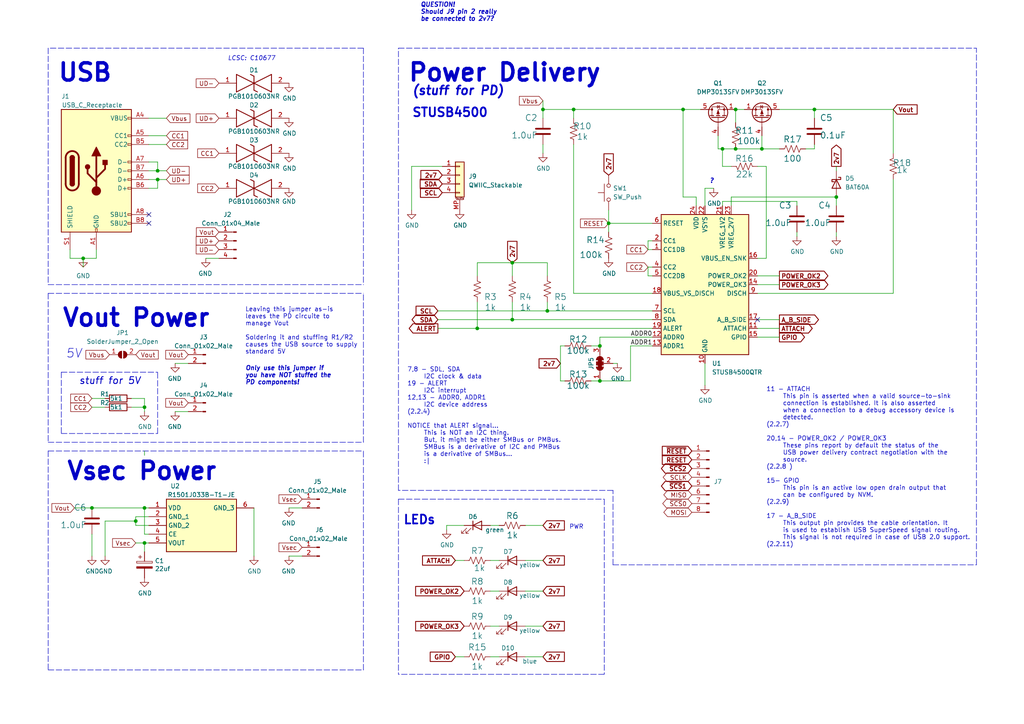
<source format=kicad_sch>
(kicad_sch (version 20211123) (generator eeschema)
  (paper "A4")
  (title_block (title "USB-C (PD) Board") (rev "0.2.9") (company "The Nerd Mage") (comment 1 "Set I2C address by cutting 1 or both links in JP5") (comment 2 "Cut all 3 links in JP2-JP4 to remove I2C pullups") (comment 3 "Stuff U1/C1/C6 for 3v3 power supply") (comment 4 "Stuff only R1/R2 and jump JP1 for 5V (non PD) power on Vout"))
  (junction (at 157.48 31.75))
  (junction (at 220.98 43.18))
  (junction (at 138.43 95.25))
  (junction (at 213.36 43.18))
  (junction (at 166.37 31.75))
  (junction (at 26.67 147.32))
  (junction (at 173.99 100.33))
  (junction (at 41.91 157.48))
  (junction (at 39.37 151.13))
  (junction (at 173.99 110.49))
  (junction (at 176.53 64.77))
  (junction (at 198.12 31.75))
  (junction (at 45.72 49.53))
  (junction (at 236.22 31.75))
  (junction (at 213.36 31.75))
  (junction (at 158.75 90.17))
  (junction (at 242.57 57.15))
  (junction (at 41.91 147.32))
  (junction (at 45.72 52.07))
  (junction (at 24.13 74.93))
  (junction (at 148.59 92.71))
  (junction (at 148.59 76.2))
  (junction (at 209.55 43.18))
  (junction (at 41.91 118.11))
  (no_connect (at 43.18 62.23))
  (no_connect (at 43.18 64.77))
  (no_connect (at 219.71 92.71))
  (wire (pts (xy 127 95.25) (xy 138.43 95.25)))
  (wire (pts (xy 171.45 110.49) (xy 173.99 110.49)))
  (wire (pts (xy 201.93 57.15) (xy 201.93 59.69)))
  (wire (pts (xy 182.88 100.33) (xy 189.23 100.33)))
  (wire (pts (xy 204.47 54.61) (xy 204.47 59.69)))
  (wire (pts (xy 41.91 157.48) (xy 41.91 160.02)))
  (wire (pts (xy 129.54 152.4) (xy 129.54 153.67)))
  (wire (pts (xy 236.22 31.75) (xy 259.08 31.75)))
  (wire (pts (xy 213.36 31.75) (xy 213.36 35.56)))
  (wire (pts (xy 54.61 119.38) (xy 50.8 119.38)))
  (polyline (pts (xy 115.57 144.78) (xy 175.26 144.78)))
  (polyline (pts (xy 105.41 13.97) (xy 105.41 82.55)))
  (wire (pts (xy 209.55 43.18) (xy 213.36 43.18)))
  (wire (pts (xy 176.53 60.96) (xy 176.53 64.77)))
  (wire (pts (xy 43.18 34.29) (xy 48.26 34.29)))
  (wire (pts (xy 43.18 154.94) (xy 41.91 154.94)))
  (wire (pts (xy 219.71 97.79) (xy 226.06 97.79)))
  (wire (pts (xy 242.57 49.53) (xy 242.57 48.26)))
  (wire (pts (xy 219.71 82.55) (xy 226.06 82.55)))
  (wire (pts (xy 87.63 161.29) (xy 83.82 161.29)))
  (polyline (pts (xy 105.41 13.97) (xy 13.97 13.97)))
  (wire (pts (xy 198.12 31.75) (xy 203.2 31.75)))
  (polyline (pts (xy 13.97 128.27) (xy 105.41 128.27)))
  (wire (pts (xy 157.48 31.75) (xy 166.37 31.75)))
  (polyline (pts (xy 115.57 144.78) (xy 115.57 195.58)))
  (wire (pts (xy 198.12 57.15) (xy 201.93 57.15)))
  (wire (pts (xy 152.4 162.56) (xy 157.48 162.56)))
  (wire (pts (xy 127 92.71) (xy 148.59 92.71)))
  (wire (pts (xy 187.96 69.85) (xy 187.96 72.39)))
  (wire (pts (xy 158.75 80.01) (xy 158.75 76.2)))
  (polyline (pts (xy 105.41 128.27) (xy 105.41 85.09)))
  (wire (pts (xy 41.91 118.11) (xy 41.91 119.38)))
  (wire (pts (xy 142.24 171.45) (xy 144.78 171.45)))
  (polyline (pts (xy 45.72 125.73) (xy 45.72 107.95)))
  (wire (pts (xy 20.32 74.93) (xy 24.13 74.93)))
  (wire (pts (xy 45.72 49.53) (xy 48.26 49.53)))
  (wire (pts (xy 43.18 54.61) (xy 45.72 54.61)))
  (wire (pts (xy 26.67 115.57) (xy 30.48 115.57)))
  (wire (pts (xy 231.14 58.42) (xy 231.14 59.69)))
  (wire (pts (xy 189.23 97.79) (xy 173.99 97.79)))
  (wire (pts (xy 158.75 87.63) (xy 158.75 90.17)))
  (polyline (pts (xy 17.78 125.73) (xy 45.72 125.73)))
  (wire (pts (xy 128.27 48.26) (xy 119.38 48.26)))
  (wire (pts (xy 129.54 152.4) (xy 134.62 152.4)))
  (wire (pts (xy 233.68 43.18) (xy 236.22 43.18)))
  (wire (pts (xy 152.4 190.5) (xy 157.48 190.5)))
  (wire (pts (xy 212.09 59.69) (xy 212.09 57.15)))
  (polyline (pts (xy 13.97 130.81) (xy 105.41 130.81)))
  (wire (pts (xy 134.62 190.5) (xy 132.08 190.5)))
  (wire (pts (xy 162.56 100.33) (xy 163.83 100.33)))
  (wire (pts (xy 157.48 41.91) (xy 157.48 44.45)))
  (wire (pts (xy 204.47 105.41) (xy 204.47 111.76)))
  (wire (pts (xy 43.18 41.91) (xy 48.26 41.91)))
  (wire (pts (xy 209.55 58.42) (xy 209.55 59.69)))
  (wire (pts (xy 148.59 76.2) (xy 138.43 76.2)))
  (polyline (pts (xy 13.97 85.09) (xy 13.97 128.27)))
  (wire (pts (xy 189.23 69.85) (xy 187.96 69.85)))
  (polyline (pts (xy 17.78 107.95) (xy 17.78 125.73)))
  (wire (pts (xy 152.4 181.61) (xy 157.48 181.61)))
  (polyline (pts (xy 175.26 195.58) (xy 115.57 195.58)))
  (wire (pts (xy 157.48 31.75) (xy 157.48 34.29)))
  (wire (pts (xy 38.1 115.57) (xy 41.91 115.57)))
  (polyline (pts (xy 13.97 194.31) (xy 105.41 194.31)))
  (wire (pts (xy 43.18 46.99) (xy 45.72 46.99)))
  (wire (pts (xy 63.5 74.93) (xy 59.69 74.93)))
  (wire (pts (xy 157.48 29.21) (xy 157.48 31.75)))
  (wire (pts (xy 138.43 87.63) (xy 138.43 95.25)))
  (wire (pts (xy 189.23 77.47) (xy 187.96 77.47)))
  (wire (pts (xy 219.71 95.25) (xy 226.06 95.25)))
  (wire (pts (xy 198.12 57.15) (xy 198.12 31.75)))
  (polyline (pts (xy 13.97 82.55) (xy 105.41 82.55)))
  (wire (pts (xy 45.72 52.07) (xy 48.26 52.07)))
  (wire (pts (xy 162.56 100.33) (xy 162.56 110.49)))
  (wire (pts (xy 242.57 67.31) (xy 242.57 68.58)))
  (wire (pts (xy 41.91 154.94) (xy 41.91 147.32)))
  (wire (pts (xy 208.28 43.18) (xy 208.28 39.37)))
  (wire (pts (xy 24.13 74.93) (xy 24.13 77.47)))
  (wire (pts (xy 163.83 110.49) (xy 162.56 110.49)))
  (wire (pts (xy 219.71 80.01) (xy 226.06 80.01)))
  (wire (pts (xy 30.48 151.13) (xy 39.37 151.13)))
  (wire (pts (xy 231.14 67.31) (xy 231.14 68.58)))
  (wire (pts (xy 43.18 52.07) (xy 45.72 52.07)))
  (wire (pts (xy 207.01 54.61) (xy 204.47 54.61)))
  (wire (pts (xy 209.55 58.42) (xy 231.14 58.42)))
  (polyline (pts (xy 115.57 142.24) (xy 115.57 13.97)))
  (polyline (pts (xy 105.41 194.31) (xy 105.41 130.81)))
  (wire (pts (xy 177.8 105.41) (xy 179.07 105.41)))
  (wire (pts (xy 142.24 181.61) (xy 144.78 181.61)))
  (wire (pts (xy 259.08 52.07) (xy 259.08 85.09)))
  (wire (pts (xy 212.09 57.15) (xy 242.57 57.15)))
  (wire (pts (xy 158.75 76.2) (xy 148.59 76.2)))
  (polyline (pts (xy 13.97 130.81) (xy 13.97 194.31)))
  (wire (pts (xy 142.24 190.5) (xy 144.78 190.5)))
  (wire (pts (xy 21.59 147.32) (xy 26.67 147.32)))
  (polyline (pts (xy 115.57 13.97) (xy 283.21 13.97)))
  (wire (pts (xy 173.99 97.79) (xy 173.99 100.33)))
  (polyline (pts (xy 177.8 142.24) (xy 115.57 142.24)))
  (wire (pts (xy 171.45 100.33) (xy 173.99 100.33)))
  (wire (pts (xy 38.1 118.11) (xy 41.91 118.11)))
  (polyline (pts (xy 13.97 13.97) (xy 13.97 82.55)))
  (wire (pts (xy 219.71 48.26) (xy 222.25 48.26)))
  (wire (pts (xy 26.67 154.94) (xy 26.67 161.29)))
  (wire (pts (xy 182.88 100.33) (xy 182.88 110.49)))
  (wire (pts (xy 213.36 31.75) (xy 215.9 31.75)))
  (wire (pts (xy 54.61 105.41) (xy 50.8 105.41)))
  (wire (pts (xy 187.96 80.01) (xy 187.96 77.47)))
  (wire (pts (xy 43.18 49.53) (xy 45.72 49.53)))
  (polyline (pts (xy 177.8 163.83) (xy 177.8 142.24)))
  (wire (pts (xy 138.43 76.2) (xy 138.43 80.01)))
  (wire (pts (xy 220.98 43.18) (xy 226.06 43.18)))
  (wire (pts (xy 148.59 76.2) (xy 148.59 80.01)))
  (wire (pts (xy 166.37 31.75) (xy 166.37 34.29)))
  (wire (pts (xy 213.36 43.18) (xy 220.98 43.18)))
  (polyline (pts (xy 17.78 107.95) (xy 45.72 107.95)))
  (wire (pts (xy 39.37 157.48) (xy 41.91 157.48)))
  (wire (pts (xy 259.08 31.75) (xy 259.08 44.45)))
  (wire (pts (xy 176.53 64.77) (xy 176.53 67.31)))
  (wire (pts (xy 152.4 152.4) (xy 157.48 152.4)))
  (wire (pts (xy 43.18 149.86) (xy 39.37 149.86)))
  (wire (pts (xy 41.91 132.08) (xy 41.91 130.81)))
  (wire (pts (xy 39.37 151.13) (xy 39.37 152.4)))
  (wire (pts (xy 27.94 72.39) (xy 27.94 74.93)))
  (wire (pts (xy 41.91 157.48) (xy 43.18 157.48)))
  (wire (pts (xy 73.66 147.32) (xy 73.66 161.29)))
  (wire (pts (xy 24.13 74.93) (xy 27.94 74.93)))
  (wire (pts (xy 20.32 72.39) (xy 20.32 74.93)))
  (wire (pts (xy 166.37 85.09) (xy 166.37 41.91)))
  (wire (pts (xy 142.24 152.4) (xy 144.78 152.4)))
  (wire (pts (xy 222.25 74.93) (xy 222.25 48.26)))
  (wire (pts (xy 189.23 72.39) (xy 187.96 72.39)))
  (wire (pts (xy 26.67 118.11) (xy 30.48 118.11)))
  (wire (pts (xy 39.37 149.86) (xy 39.37 151.13)))
  (wire (pts (xy 236.22 34.29) (xy 236.22 31.75)))
  (polyline (pts (xy 177.8 163.83) (xy 283.21 163.83)))
  (wire (pts (xy 148.59 92.71) (xy 189.23 92.71)))
  (wire (pts (xy 189.23 80.01) (xy 187.96 80.01)))
  (wire (pts (xy 132.08 162.56) (xy 134.62 162.56)))
  (wire (pts (xy 219.71 74.93) (xy 222.25 74.93)))
  (wire (pts (xy 182.88 110.49) (xy 173.99 110.49)))
  (wire (pts (xy 119.38 48.26) (xy 119.38 60.96)))
  (wire (pts (xy 220.98 39.37) (xy 220.98 43.18)))
  (wire (pts (xy 39.37 152.4) (xy 43.18 152.4)))
  (wire (pts (xy 45.72 54.61) (xy 45.72 52.07)))
  (wire (pts (xy 166.37 85.09) (xy 189.23 85.09)))
  (wire (pts (xy 209.55 48.26) (xy 212.09 48.26)))
  (wire (pts (xy 138.43 95.25) (xy 189.23 95.25)))
  (wire (pts (xy 236.22 31.75) (xy 226.06 31.75)))
  (wire (pts (xy 242.57 57.15) (xy 242.57 59.69)))
  (wire (pts (xy 219.71 92.71) (xy 226.06 92.71)))
  (wire (pts (xy 152.4 171.45) (xy 157.48 171.45)))
  (polyline (pts (xy 175.26 144.78) (xy 175.26 195.58)))
  (wire (pts (xy 209.55 43.18) (xy 209.55 48.26)))
  (wire (pts (xy 259.08 85.09) (xy 219.71 85.09)))
  (wire (pts (xy 30.48 161.29) (xy 30.48 151.13)))
  (wire (pts (xy 43.18 39.37) (xy 48.26 39.37)))
  (wire (pts (xy 45.72 46.99) (xy 45.72 49.53)))
  (wire (pts (xy 209.55 43.18) (xy 208.28 43.18)))
  (wire (pts (xy 176.53 64.77) (xy 189.23 64.77)))
  (wire (pts (xy 41.91 147.32) (xy 43.18 147.32)))
  (polyline (pts (xy 283.21 163.83) (xy 283.21 13.97)))
  (polyline (pts (xy 13.97 85.09) (xy 105.41 85.09)))
  (wire (pts (xy 41.91 115.57) (xy 41.91 118.11)))
  (wire (pts (xy 166.37 31.75) (xy 198.12 31.75)))
  (wire (pts (xy 236.22 43.18) (xy 236.22 41.91)))
  (wire (pts (xy 148.59 87.63) (xy 148.59 92.71)))
  (wire (pts (xy 142.24 162.56) (xy 144.78 162.56)))
  (wire (pts (xy 158.75 90.17) (xy 189.23 90.17)))
  (wire (pts (xy 127 90.17) (xy 158.75 90.17)))
  (wire (pts (xy 87.63 147.32) (xy 83.82 147.32)))
  (wire (pts (xy 26.67 147.32) (xy 41.91 147.32)))
  (text "Vsec Power" (at 19.05 139.7 0) (effects (font (size 5 5) (thickness 1) bold) (justify left bottom)))
  (text "Vout Power" (at 17.78 95.25 0) (effects (font (size 5 5) (thickness 1) bold) (justify left bottom)))
  (text "Only use this jumper if\nyou have NOT stuffed the\nPD components!" (at 71.12 111.76 0) (effects (font (size 1.27 1.27) (thickness 0.254) bold italic) (justify left bottom)))
  (text "QUESTION!\nShould J9 pin 2 really\nbe connected to 2v7?" (at 121.92 6.35 0) (effects (font (size 1.27 1.27) (thickness 0.254) bold italic) (justify left bottom)))
  (text "stuff for 5V" (at 22.86 111.76 0) (effects (font (size 2 2) (thickness 0.254) bold italic) (justify left bottom)))
  (text "?" (at 205.74 53.34 0) (effects (font (size 1.27 1.27) (thickness 0.254) bold italic) (justify left bottom)))
  (text "STUSB4500" (at 119.38 34.29 180) (effects (font (size 2.54 2.54) (thickness 0.508) bold) (justify left bottom)))
  (text "LCSC: C10677" (at 66.04 17.78 0) (effects (font (size 1.27 1.27) italic) (justify left bottom)))
  (text "USB" (at 16.51 24.13 0) (effects (font (size 5 5) (thickness 1) bold) (justify left bottom)))
  (text "7,8 - SDL, SDA\n	I2C clock & data\n19 - ALERT\n	I2C interrupt\n12,13 - ADDR0, ADDR1\n	I2C device address\n(2.2.4)\n\nNOTICE that ALERT signal...\n	This is NOT an I2C thing.\n	But, it might be either SMBus or PMBus.\n	SMBus is a derivative of I2C and PMBus\n	is a derivative of SMBus...\n	:|" (at 118.11 134.62 0) (effects (font (size 1.27 1.27)) (justify left bottom)))
  (text "(stuff for PD)" (at 119.38 27.94 0) (effects (font (size 2.54 2.54) (thickness 0.508) bold italic) (justify left bottom)))
  (text "Power Delivery" (at 118.11 24.13 0) (effects (font (size 5 5) (thickness 1) bold) (justify left bottom)))
  (text "Leaving this jumper as-is\nleaves the PD circuite to\nmanage Vout\n\nSoldering it and stuffing R1/R2\ncauses the USB source to supply\nstandard 5V" (at 71.12 102.87 0) (effects (font (size 1.27 1.27)) (justify left bottom)))
  (text "PWR" (at 165.1 153.67 0) (effects (font (size 1.27 1.27)) (justify left bottom)))
  (text "5V" (at 19.05 104.14 0) (effects (font (size 2.54 2.54) italic) (justify left bottom)))
  (text "11 - ATTACH\n	This pin is asserted when a valid source-to-sink\n	connection is established. It is also asserted\n	when a connection to a debug accessory device is\n	detected.\n(2.2.7)\n\n20,14 - POWER_OK2 / POWER_OK3\n	These pins report by default the status of the\n	USB power delivery contract negotiation with the\n	source.\n(2.2.8 )\n\n15- GPIO\n	This pin is an active low open drain output that\n	can be configured by NVM.\n(2.2.9)\n\n17 - A_B_SIDE\n	This output pin provides the cable orientation. It\n	is used to establish USB SuperSpeed signal routing.\n	This signal is not required in case of USB 2.0 support.\n(2.2.11)" (at 222.25 158.75 0) (effects (font (size 1.27 1.27)) (justify left bottom)))
  (text "LEDs" (at 116.84 152.4 180) (effects (font (size 2.54 2.54) (thickness 0.508) bold) (justify left bottom)))
  (label "ADDR1" (at 182.88 100.33 0))
  (label "ADDR0" (at 182.88 97.79 0))
  (global_label "~{RESET}" (shape input) (at 200.66 130.81 180) (effects (font (thickness 0.254) bold)) (property "Intersheet References" "${INTERSHEET_REFS}" (effects hide)))
  (global_label "2v7" (shape input) (at 157.48 190.5 0) (effects (font (thickness 0.254) bold)) (property "Intersheet References" "${INTERSHEET_REFS}" (effects hide)))
  (global_label "Vbus" (shape input) (at 31.75 102.87 180) (property "Intersheet References" "${INTERSHEET_REFS}" (effects hide)))
  (global_label "Vout" (shape input) (at 39.37 102.87 0) (property "Intersheet References" "${INTERSHEET_REFS}" (effects hide)))
  (global_label "MOSI" (shape bidirectional) (at 200.66 148.59 180) (property "Intersheet References" "${INTERSHEET_REFS}" (effects hide)))
  (global_label "GPIO" (shape output) (at 226.06 97.79 0) (effects (font (thickness 0.254) bold)) (property "Intersheet References" "${INTERSHEET_REFS}" (effects hide)))
  (global_label "CC2" (shape input) (at 187.96 77.47 180) (property "Intersheet References" "${INTERSHEET_REFS}" (effects hide)))
  (global_label "SCL" (shape input) (at 127 90.17 180) (effects (font (thickness 0.254) bold)) (property "Intersheet References" "${INTERSHEET_REFS}" (effects hide)))
  (global_label "Vout" (shape input) (at 21.59 147.32 180) (property "Intersheet References" "${INTERSHEET_REFS}" (effects hide)))
  (global_label "2v7" (shape output) (at 242.57 48.26 90) (effects (font (thickness 0.254) bold)) (property "Intersheet References" "${INTERSHEET_REFS}" (effects hide)))
  (global_label "2v7" (shape input) (at 128.27 50.8 180) (effects (font (thickness 0.254) bold)) (property "Intersheet References" "${INTERSHEET_REFS}" (effects hide)))
  (global_label "CC1" (shape input) (at 187.96 72.39 180) (property "Intersheet References" "${INTERSHEET_REFS}" (effects hide)))
  (global_label "ATTACH" (shape input) (at 132.08 162.56 180) (effects (font (thickness 0.254) bold)) (property "Intersheet References" "${INTERSHEET_REFS}" (effects hide)))
  (global_label "RESET" (shape input) (at 200.66 133.35 180) (effects (font (thickness 0.254) bold)) (property "Intersheet References" "${INTERSHEET_REFS}" (effects hide)))
  (global_label "Vsec" (shape input) (at 39.37 157.48 180) (property "Intersheet References" "${INTERSHEET_REFS}" (effects hide)))
  (global_label "Vout" (shape input) (at 63.5 67.31 180) (property "Intersheet References" "${INTERSHEET_REFS}" (effects hide)))
  (global_label "2v7" (shape input) (at 157.48 152.4 0) (effects (font (thickness 0.254) bold)) (property "Intersheet References" "${INTERSHEET_REFS}" (effects hide)))
  (global_label "RESET" (shape input) (at 176.53 64.77 180) (property "Intersheet References" "${INTERSHEET_REFS}" (effects hide)))
  (global_label "Vout" (shape input) (at 54.61 102.87 180) (property "Intersheet References" "${INTERSHEET_REFS}" (effects hide)))
  (global_label "Vout" (shape input) (at 259.08 31.75 0) (effects (font (thickness 0.254) bold)) (property "Intersheet References" "${INTERSHEET_REFS}" (effects hide)))
  (global_label "POWER_OK3" (shape input) (at 134.62 181.61 180) (effects (font (thickness 0.254) bold)) (property "Intersheet References" "${INTERSHEET_REFS}" (effects hide)))
  (global_label "Vsec" (shape input) (at 87.63 144.78 180) (property "Intersheet References" "${INTERSHEET_REFS}" (effects hide)))
  (global_label "UD+" (shape input) (at 48.26 52.07 0) (property "Intersheet References" "${INTERSHEET_REFS}" (effects hide)))
  (global_label "CC1" (shape input) (at 48.26 39.37 0) (property "Intersheet References" "${INTERSHEET_REFS}" (effects hide)))
  (global_label "UD-" (shape input) (at 63.5 72.39 180) (property "Intersheet References" "${INTERSHEET_REFS}" (effects hide)))
  (global_label "MISO" (shape bidirectional) (at 200.66 143.51 180) (property "Intersheet References" "${INTERSHEET_REFS}" (effects hide)))
  (global_label "Vout" (shape input) (at 54.61 116.84 180) (property "Intersheet References" "${INTERSHEET_REFS}" (effects hide)))
  (global_label "A_B_SIDE" (shape output) (at 226.06 92.71 0) (effects (font (thickness 0.254) bold)) (property "Intersheet References" "${INTERSHEET_REFS}" (effects hide)))
  (global_label "2v7" (shape input) (at 157.48 181.61 0) (effects (font (thickness 0.254) bold)) (property "Intersheet References" "${INTERSHEET_REFS}" (effects hide)))
  (global_label "CC2" (shape input) (at 63.5 54.61 180) (property "Intersheet References" "${INTERSHEET_REFS}" (effects hide)))
  (global_label "UD+" (shape input) (at 63.5 34.29 180) (property "Intersheet References" "${INTERSHEET_REFS}" (effects hide)))
  (global_label "2v7" (shape input) (at 157.48 162.56 0) (effects (font (thickness 0.254) bold)) (property "Intersheet References" "${INTERSHEET_REFS}" (effects hide)))
  (global_label "SDA" (shape bidirectional) (at 127 92.71 180) (effects (font bold)) (property "Intersheet References" "${INTERSHEET_REFS}" (effects hide)))
  (global_label "~{SCS}2" (shape bidirectional) (at 200.66 135.89 180) (effects (font (thickness 0.254) bold)) (property "Intersheet References" "${INTERSHEET_REFS}" (effects hide)))
  (global_label "POWER_OK2" (shape output) (at 226.06 80.01 0) (effects (font (thickness 0.254) bold)) (property "Intersheet References" "${INTERSHEET_REFS}" (effects hide)))
  (global_label "2v7" (shape input) (at 157.48 171.45 0) (effects (font (thickness 0.254) bold)) (property "Intersheet References" "${INTERSHEET_REFS}" (effects hide)))
  (global_label "CC2" (shape input) (at 48.26 41.91 0) (property "Intersheet References" "${INTERSHEET_REFS}" (effects hide)))
  (global_label "POWER_OK3" (shape output) (at 226.06 82.55 0) (effects (font (thickness 0.254) bold)) (property "Intersheet References" "${INTERSHEET_REFS}" (effects hide)))
  (global_label "ATTACH" (shape output) (at 226.06 95.25 0) (effects (font (thickness 0.254) bold)) (property "Intersheet References" "${INTERSHEET_REFS}" (effects hide)))
  (global_label "ALERT" (shape output) (at 127 95.25 180) (effects (font bold)) (property "Intersheet References" "${INTERSHEET_REFS}" (effects hide)))
  (global_label "SDA" (shape input) (at 128.27 53.34 180) (effects (font bold)) (property "Intersheet References" "${INTERSHEET_REFS}" (effects hide)))
  (global_label "UD-" (shape input) (at 48.26 49.53 0) (property "Intersheet References" "${INTERSHEET_REFS}" (effects hide)))
  (global_label "2v7" (shape input) (at 162.56 105.41 180) (effects (font (thickness 0.254) bold)) (property "Intersheet References" "${INTERSHEET_REFS}" (effects hide)))
  (global_label "2v7" (shape input) (at 148.59 76.2 90) (effects (font (thickness 0.254) bold)) (property "Intersheet References" "${INTERSHEET_REFS}" (effects hide)))
  (global_label "GPIO" (shape input) (at 132.08 190.5 180) (effects (font (thickness 0.254) bold)) (property "Intersheet References" "${INTERSHEET_REFS}" (effects hide)))
  (global_label "Vsec" (shape input) (at 87.63 158.75 180) (property "Intersheet References" "${INTERSHEET_REFS}" (effects hide)))
  (global_label "CC2" (shape input) (at 26.67 118.11 180) (property "Intersheet References" "${INTERSHEET_REFS}" (effects hide)))
  (global_label "~{SCS}1" (shape bidirectional) (at 200.66 140.97 180) (effects (font (thickness 0.254) bold)) (property "Intersheet References" "${INTERSHEET_REFS}" (effects hide)))
  (global_label "~{SCS}0" (shape bidirectional) (at 200.66 146.05 180) (property "Intersheet References" "${INTERSHEET_REFS}" (effects hide)))
  (global_label "Vbus" (shape input) (at 157.48 29.21 180) (property "Intersheet References" "${INTERSHEET_REFS}" (effects hide)))
  (global_label "SCL" (shape input) (at 128.27 55.88 180) (effects (font (thickness 0.254) bold)) (property "Intersheet References" "${INTERSHEET_REFS}" (effects hide)))
  (global_label "2v7" (shape input) (at 176.53 50.8 90) (effects (font (thickness 0.254) bold)) (property "Intersheet References" "${INTERSHEET_REFS}" (effects hide)))
  (global_label "CC1" (shape input) (at 63.5 44.45 180) (property "Intersheet References" "${INTERSHEET_REFS}" (effects hide)))
  (global_label "Vbus" (shape input) (at 48.26 34.29 0) (property "Intersheet References" "${INTERSHEET_REFS}" (effects hide)))
  (global_label "UD-" (shape input) (at 63.5 24.13 180) (property "Intersheet References" "${INTERSHEET_REFS}" (effects hide)))
  (global_label "SCLK" (shape bidirectional) (at 200.66 138.43 180) (property "Intersheet References" "${INTERSHEET_REFS}" (effects hide)))
  (global_label "UD+" (shape input) (at 63.5 69.85 180) (property "Intersheet References" "${INTERSHEET_REFS}" (effects hide)))
  (global_label "POWER_OK2" (shape input) (at 134.62 171.45 180) (effects (font (thickness 0.254) bold)) (property "Intersheet References" "${INTERSHEET_REFS}" (effects hide)))
  (global_label "CC1" (shape input) (at 26.67 115.57 180) (property "Intersheet References" "${INTERSHEET_REFS}" (effects hide)))
  (symbol (lib_id "Diode:BAT60A") (at 242.57 53.34 270) (unit 1)
    (property "Reference" "D5" (at 245.11 51.7524 90) (effects (justify left)))
    (property "Value" "BAT60A" (at 245.11 54.2924 90) (effects (justify left)))
    (property "Footprint" "Diode_SMD:D_SOD-323" (effects hide))
    (property "Datasheet" "https://www.infineon.com/dgdl/Infineon-BAT60ASERIES-DS-v01_01-en.pdf?fileId=db3a304313d846880113def70c9304a9" (effects hide))
    (property "LCSC" "C5355496" (effects hide))
    (property "DigiKey" "BAT60AE6327HTSA1CT-ND" (effects hide))
  )
  (symbol (lib_id "Jumper:SolderJumper_3_Bridged123") (at 173.99 105.41 90) (unit 1) (in_bom no)
    (property "Reference" "JP5" (at 171.45 105.41 0))
    (property "Value" "SolderJumper_3_Bridged123" (effects hide))
    (property "Footprint" "Tinker:SolderJumper-3_P1.3mm_Bridged123_Pad1.0x1.5mm" (effects hide))
  )
  (symbol (lib_id "Device:LED") (at 148.59 190.5 0) (unit 1) (in_bom no) (on_board no)
    (property "Reference" "D10" (at 147.32 187.96 0))
    (property "Value" "blue" (at 153.67 191.77 0))
    (property "Footprint" "LED_SMD:LED_0603_1608Metric" (effects hide))
    (property "LCSC" "C434420" (effects hide))
  )
  (symbol (lib_id "Device:LED") (at 148.59 171.45 0) (unit 1)
    (property "Reference" "D8" (at 147.32 168.91 0))
    (property "Value" "yellow" (at 153.67 172.72 0))
    (property "Footprint" "LED_SMD:LED_0603_1608Metric" (effects hide))
    (property "LCSC" "C434424" (effects hide))
  )
  (symbol (lib_id "Device:C") (at 157.48 38.1 0) (mirror y) (unit 1)
    (property "Reference" "C2" (at 155.956 35.179 0) (effects (font (size 1.778 1.778)) (justify left bottom)))
    (property "Value" "1.0uF" (at 155.956 40.259 0) (effects (font (size 1.778 1.778)) (justify left bottom)))
    (property "Footprint" "Capacitor_SMD:C_0603_1608Metric" (effects hide))
    (property "LCSC" "C559769" (effects hide))
  )
  (symbol (lib_id "power:GND") (at 30.48 161.29 0) (unit 1)
    (property "Reference" "#PWR0111" (effects hide))
    (property "Value" "GND" (at 30.607 165.6842 0))
  )
  (symbol (lib_id "R1501J033B-T1-JE:R1501J033B-T1-JE") (at 43.18 147.32 0) (unit 1)
    (property "Reference" "U2" (at 50.8 140.97 0))
    (property "Value" "R1501J033B-T1-JE" (at 58.42 143.51 0))
    (property "Footprint" "Tinker:R1501J033BT1JE" (effects hide))
    (property "Reference_1" "IC" (effects hide))
    (property "Value_1" "R1501J033B-T1-JE" (effects hide))
    (property "Footprint_1" "R1501J033BT1JE" (effects hide))
    (property "Datasheet_1" "https://www.nisshinbo-microdevices.co.jp/en/pdf/datasheet/r1501-ec.pdf" (effects hide))
    (property "Height" "2.627" (effects hide))
    (property "Manufacturer_Name" "Nisshinbo" (effects hide))
    (property "Manufacturer_Part_Number" "R1501J033B-T1-JE" (effects hide))
    (property "LCSC" "C3748149" (effects hide))
    (property "DigiKey" "2129-R1501J033B-T1-JECT-ND" (effects hide))
  )
  (symbol (lib_id "Device:C") (at 242.57 63.5 0) (mirror y) (unit 1)
    (property "Reference" "C4" (at 241.046 60.579 0) (effects (font (size 1.778 1.778)) (justify left bottom)))
    (property "Value" "1.0uF" (at 241.046 65.659 0) (effects (font (size 1.778 1.778)) (justify left bottom)))
    (property "Footprint" "Capacitor_SMD:C_0603_1608Metric" (effects hide))
    (property "LCSC" "C559769" (effects hide))
  )
  (symbol (lib_id "PGB1010603NR:PGB1010603NR") (at 63.5 44.45 0) (unit 1)
    (property "Reference" "D3" (at 73.66 40.64 0))
    (property "Value" "PGB1010603NR" (at 73.66 48.26 0))
    (property "Footprint" "Tinker:PGB1010603NRHF" (effects hide))
    (property "Reference_1" "D" (effects hide))
    (property "Value_1" "PGB1010603NR" (effects hide))
    (property "Footprint_1" "PGB1010603NRHF" (effects hide))
    (property "Datasheet_1" "https://www.littelfuse.com/data/en/data_sheets/littelfuse_pulseguard-esd_pgb1.pdf" (effects hide))
    (property "Height" "0.36" (effects hide))
    (property "Manufacturer_Name" "LITTELFUSE" (effects hide))
    (property "Manufacturer_Part_Number" "PGB1010603NR" (effects hide))
    (property "Mouser Part Number" "576-PGB1010603NR" (effects hide))
    (property "Mouser Price/Stock" "https://www.mouser.co.uk/ProductDetail/Littelfuse/PGB1010603NR?qs=gu7KAQ731UTJOoBJUwB8FA%3D%3D" (effects hide))
    (property "Arrow Part Number" "PGB1010603NR" (effects hide))
    (property "Arrow Price/Stock" "https://www.arrow.com/en/products/pgb1010603nr/littelfuse?region=nac" (effects hide))
    (property "LCSC" "C10677" (effects hide))
    (property "DigiKey" "F3591CT-ND" (effects hide))
  )
  (symbol (lib_id "Device:R_US") (at 229.87 43.18 90) (unit 1)
    (property "Reference" "R17" (at 229.87 39.37 90) (effects (font (size 1.778 1.778)) (justify bottom)))
    (property "Value" "100" (at 229.87 46.99 90) (effects (font (size 1.778 1.778)) (justify top)))
    (property "Footprint" "Resistor_SMD:R_0603_1608Metric" (effects hide))
    (property "LCSC" "C22775" (effects hide))
  )
  (symbol (lib_id "Device:R_US") (at 213.36 39.37 180) (unit 1)
    (property "Reference" "R11" (at 215.9 36.83 0) (effects (font (size 1.778 1.778)) (justify bottom)))
    (property "Value" "100k" (at 217.17 41.91 0) (effects (font (size 1.778 1.778)) (justify top)))
    (property "Footprint" "Resistor_SMD:R_0603_1608Metric" (effects hide))
    (property "LCSC" "C25803" (effects hide))
  )
  (symbol (lib_id "Device:LED") (at 138.43 152.4 0) (unit 1)
    (property "Reference" "D6" (at 137.16 149.86 0))
    (property "Value" "green" (at 143.51 153.67 0))
    (property "Footprint" "LED_SMD:LED_0603_1608Metric" (effects hide))
    (property "LCSC" "C434420" (effects hide))
  )
  (symbol (lib_id "Device:LED") (at 148.59 162.56 0) (unit 1)
    (property "Reference" "D7" (at 147.32 160.02 0))
    (property "Value" "yellow" (at 153.67 163.83 0))
    (property "Footprint" "LED_SMD:LED_0603_1608Metric" (effects hide))
    (property "LCSC" "C434421" (effects hide))
  )
  (symbol (lib_id "Device:C") (at 231.14 63.5 0) (mirror y) (unit 1)
    (property "Reference" "C3" (at 229.616 60.579 0) (effects (font (size 1.778 1.778)) (justify left bottom)))
    (property "Value" "1.0uF" (at 229.616 65.659 0) (effects (font (size 1.778 1.778)) (justify left bottom)))
    (property "Footprint" "Capacitor_SMD:C_0603_1608Metric" (effects hide))
    (property "LCSC" "C559769" (effects hide))
  )
  (symbol (lib_id "PGB1010603NR:PGB1010603NR") (at 63.5 24.13 0) (unit 1)
    (property "Reference" "D1" (at 73.66 20.32 0))
    (property "Value" "PGB1010603NR" (at 73.66 27.94 0))
    (property "Footprint" "Tinker:PGB1010603NRHF" (effects hide))
    (property "Reference_1" "D" (effects hide))
    (property "Value_1" "PGB1010603NR" (effects hide))
    (property "Footprint_1" "PGB1010603NRHF" (effects hide))
    (property "Datasheet_1" "https://www.littelfuse.com/data/en/data_sheets/littelfuse_pulseguard-esd_pgb1.pdf" (effects hide))
    (property "Height" "0.36" (effects hide))
    (property "Manufacturer_Name" "LITTELFUSE" (effects hide))
    (property "Manufacturer_Part_Number" "PGB1010603NR" (effects hide))
    (property "Mouser Part Number" "576-PGB1010603NR" (effects hide))
    (property "Mouser Price/Stock" "https://www.mouser.co.uk/ProductDetail/Littelfuse/PGB1010603NR?qs=gu7KAQ731UTJOoBJUwB8FA%3D%3D" (effects hide))
    (property "Arrow Part Number" "PGB1010603NR" (effects hide))
    (property "Arrow Price/Stock" "https://www.arrow.com/en/products/pgb1010603nr/littelfuse?region=nac" (effects hide))
    (property "LCSC" "C10677" (effects hide))
    (property "DigiKey" "F3591CT-ND" (effects hide))
  )
  (symbol (lib_id "power:GND") (at 26.67 161.29 0) (unit 1)
    (property "Reference" "#PWR0122" (effects hide))
    (property "Value" "GND" (at 26.797 165.6842 0))
  )
  (symbol (lib_id "Connector:Conn_01x02_Male") (at 59.69 102.87 0) (mirror y) (unit 1) (in_bom no)
    (property "Reference" "J3" (at 59.055 97.79 0))
    (property "Value" "Conn_01x02_Male" (at 59.055 100.33 0))
    (property "Footprint" "Tinker:Board_Stacker_2" (effects hide))
  )
  (symbol (lib_id "power:GND") (at 176.53 74.93 0) (unit 1)
    (property "Reference" "#PWR0116" (effects hide))
    (property "Value" "GND" (at 176.657 79.3242 0))
  )
  (symbol (lib_id "power:GND") (at 204.47 111.76 0) (unit 1)
    (property "Reference" "#PWR0113" (effects hide))
    (property "Value" "GND" (at 204.597 116.1542 0))
  )
  (symbol (lib_id "Device:CP") (at 41.91 163.83 0) (unit 1)
    (property "Reference" "C1" (at 44.9072 162.6616 0) (effects (justify left)))
    (property "Value" "22uf" (at 44.9072 164.973 0) (effects (justify left)))
    (property "Footprint" "Tinker:CP_EIA-6032-28-Tantalumm_HandSolder" (effects hide))
    (property "Datasheet" "http://datasheets.avx.com/TAJ.pdf" (effects hide))
    (property "P/N" "TAJB226M010RNJ" (effects hide))
    (property "LCSC" "C145122" (effects hide))
  )
  (symbol (lib_id "power:GND") (at 59.69 74.93 0) (mirror y) (unit 1)
    (property "Reference" "#PWR0106" (effects hide))
    (property "Value" "GND" (at 59.563 79.3242 0))
  )
  (symbol (lib_id "Device:R_US") (at 138.43 162.56 90) (unit 1)
    (property "Reference" "R7" (at 138.43 158.75 90) (effects (font (size 1.778 1.778)) (justify bottom)))
    (property "Value" "1k" (at 139.065 165.735 90) (effects (font (size 1.778 1.778)) (justify top)))
    (property "Footprint" "Resistor_SMD:R_0603_1608Metric" (effects hide))
    (property "LCSC" "C21190" (effects hide))
  )
  (symbol (lib_id "Device:R_US") (at 167.64 110.49 270) (unit 1)
    (property "Reference" "R13" (at 167.6997 109.5666 90) (effects (font (size 1.778 1.778)) (justify bottom)))
    (property "Value" "100k" (at 167.6997 110.8366 90) (effects (font (size 1.778 1.778)) (justify top)))
    (property "Footprint" "Resistor_SMD:R_0603_1608Metric" (effects hide))
    (property "LCSC" "C25803" (effects hide))
  )
  (symbol (lib_id "Transistor_FET:DMP3013SFV") (at 208.28 34.29 90) (unit 1)
    (property "Reference" "Q1" (at 208.28 24.13 90))
    (property "Value" "DMP3013SFV" (at 208.28 26.67 90))
    (property "Footprint" "Tinker:Diodes_PowerDI3333-8" (effects hide))
    (property "Datasheet" "https://www.diodes.com/assets/Datasheets/DMP3013SFV.pdf" (effects hide))
    (property "LCSC" "C264098" (effects hide))
    (property "DigiKey" "DMP3013SFV-7DICT-ND" (effects hide))
  )
  (symbol (lib_id "Device:R_US") (at 158.75 83.82 180) (unit 1)
    (property "Reference" "R5" (at 162.56 85.09 0) (effects (font (size 1.778 1.778)) (justify bottom)))
    (property "Value" "1k" (at 162.56 90.17 0) (effects (font (size 1.778 1.778)) (justify top)))
    (property "Footprint" "Resistor_SMD:R_0603_1608Metric" (effects hide))
    (property "LCSC" "C21190" (effects hide))
  )
  (symbol (lib_id "power:GND") (at 73.66 161.29 0) (unit 1)
    (property "Reference" "#PWR0121" (effects hide))
    (property "Value" "GND" (at 73.787 165.6842 0))
  )
  (symbol (lib_id "Connector:Conn_01x02_Male") (at 59.69 116.84 0) (mirror y) (unit 1) (in_bom no)
    (property "Reference" "J4" (at 59.055 111.76 0))
    (property "Value" "Conn_01x02_Male" (at 59.055 114.3 0))
    (property "Footprint" "Tinker:Board_Stacker_2" (effects hide))
  )
  (symbol (lib_id "power:GND") (at 83.82 44.45 0) (unit 1)
    (property "Reference" "#PWR0109" (effects hide))
    (property "Value" "GND" (at 83.947 48.8442 0))
  )
  (symbol (lib_id "Jumper:SolderJumper_2_Open") (at 35.56 102.87 0) (unit 1) (in_bom no)
    (property "Reference" "JP1" (at 35.56 96.52 0))
    (property "Value" "SolderJumper_2_Open" (at 35.56 99.06 0))
    (property "Footprint" "Tinker:SolderJumper-2_P_Open_Rounded_skinny" (effects hide))
  )
  (symbol (lib_id "power:GND") (at 83.82 24.13 0) (unit 1)
    (property "Reference" "#PWR0107" (effects hide))
    (property "Value" "GND" (at 83.947 28.5242 0))
  )
  (symbol (lib_id "power:GND") (at 24.13 74.93 0) (unit 1)
    (property "Reference" "#PWR0101" (effects hide))
    (property "Value" "GND" (at 24.13 80.01 0))
  )
  (symbol (lib_id "usb_c_receptacle_usb2.0:USB_C_Receptacle") (at 27.94 49.53 0) (unit 1)
    (property "Reference" "J1" (at 17.78 27.94 0) (effects (justify left)))
    (property "Value" "USB_C_Receptacle" (at 35.56 30.48 0) (effects (justify right)))
    (property "Footprint" "Tinker:USB_C_Receptacle_HRO_TYPE-C-31-M-12" (effects hide))
    (property "Datasheet" "https://www.usb.org/sites/default/files/documents/usb_type-c.zip" (effects hide))
    (property "LCSC" "C2765186" (effects hide))
  )
  (symbol (lib_id "power:GND") (at 133.35 60.96 0) (unit 1)
    (property "Reference" "#PWR0123" (effects hide))
    (property "Value" "GND" (at 133.477 65.3542 0))
  )
  (symbol (lib_id "Device:R_US") (at 166.37 38.1 180) (unit 1)
    (property "Reference" "R10" (at 168.91 35.56 0) (effects (font (size 1.778 1.778)) (justify bottom)))
    (property "Value" "1k" (at 168.91 40.64 0) (effects (font (size 1.778 1.778)) (justify top)))
    (property "Footprint" "Resistor_SMD:R_0603_1608Metric" (effects hide))
    (property "LCSC" "C21190" (effects hide))
  )
  (symbol (lib_id "Device:R_US") (at 148.59 83.82 180) (unit 1)
    (property "Reference" "R4" (at 152.4 85.09 0) (effects (font (size 1.778 1.778)) (justify bottom)))
    (property "Value" "1k" (at 152.4 90.17 0) (effects (font (size 1.778 1.778)) (justify top)))
    (property "Footprint" "Resistor_SMD:R_0603_1608Metric" (effects hide))
    (property "LCSC" "C21190" (effects hide))
  )
  (symbol (lib_id "power:GND") (at 231.14 68.58 0) (unit 1)
    (property "Reference" "#PWR0114" (effects hide))
    (property "Value" "GND" (at 231.267 72.9742 0))
  )
  (symbol (lib_id "Device:R_US") (at 259.08 48.26 0) (mirror y) (unit 1)
    (property "Reference" "R18" (at 261.62 48.26 0) (effects (font (size 1.778 1.778)) (justify bottom)))
    (property "Value" "1k" (at 261.62 48.26 0) (effects (font (size 1.778 1.778)) (justify top)))
    (property "Footprint" "Resistor_SMD:R_0603_1608Metric" (effects hide))
    (property "LCSC" "C21190" (effects hide))
  )
  (symbol (lib_id "power:GND") (at 50.8 105.41 0) (mirror y) (unit 1)
    (property "Reference" "#PWR0104" (effects hide))
    (property "Value" "GND" (at 50.673 109.8042 0))
  )
  (symbol (lib_id "power:GND") (at 83.82 34.29 0) (unit 1)
    (property "Reference" "#PWR0108" (effects hide))
    (property "Value" "GND" (at 83.947 38.6842 0))
  )
  (symbol (lib_id "Device:LED") (at 148.59 181.61 0) (unit 1)
    (property "Reference" "D9" (at 147.32 179.07 0))
    (property "Value" "yellow" (at 153.67 182.88 0))
    (property "Footprint" "LED_SMD:LED_0603_1608Metric" (effects hide))
    (property "LCSC" "C434424" (effects hide))
  )
  (symbol (lib_id "power:GND") (at 157.48 44.45 0) (unit 1)
    (property "Reference" "#PWR0112" (effects hide))
    (property "Value" "GND" (at 157.607 48.8442 0))
  )
  (symbol (lib_id "power:GND") (at 179.07 105.41 0) (unit 1)
    (property "Reference" "#PWR0119" (effects hide))
    (property "Value" "GND" (at 179.197 109.8042 0))
  )
  (symbol (lib_id "power:GND") (at 83.82 161.29 0) (mirror y) (unit 1)
    (property "Reference" "#PWR0103" (effects hide))
    (property "Value" "GND" (at 83.693 165.6842 0))
  )
  (symbol (lib_id "power:GND") (at 83.82 54.61 0) (unit 1)
    (property "Reference" "#PWR0117" (effects hide))
    (property "Value" "GND" (at 83.82 58.42 0))
  )
  (symbol (lib_id "Connector:Conn_01x08_Male") (at 205.74 138.43 0) (mirror y) (unit 1)
    (property "Reference" "J7" (at 207.01 139.6999 0) (effects (justify right)))
    (property "Value" "Conn_01x08_Male" (effects hide))
    (property "Footprint" "Tinker:PinHeader_2x04_P1.27mm_Vertical" (effects hide))
    (property "LCSC" "C2881786 + C2684732" (effects hide))
  )
  (symbol (lib_id "Device:R_US") (at 138.43 171.45 90) (unit 1)
    (property "Reference" "R8" (at 138.43 167.64 90) (effects (font (size 1.778 1.778)) (justify bottom)))
    (property "Value" "1k" (at 138.43 175.26 90) (effects (font (size 1.778 1.778)) (justify top)))
    (property "Footprint" "Resistor_SMD:R_0603_1608Metric" (effects hide))
    (property "LCSC" "C21190" (effects hide))
  )
  (symbol (lib_id "power:GND") (at 50.8 119.38 0) (mirror y) (unit 1)
    (property "Reference" "#PWR0110" (effects hide))
    (property "Value" "GND" (at 50.673 123.7742 0))
  )
  (symbol (lib_id "Device:C") (at 236.22 38.1 0) (unit 1)
    (property "Reference" "C5" (at 237.744 35.179 0) (effects (font (size 1.778 1.778)) (justify left bottom)))
    (property "Value" "0.1uF" (at 237.744 40.259 0) (effects (font (size 1.778 1.778)) (justify left bottom)))
    (property "Footprint" "Capacitor_SMD:C_0603_1608Metric" (effects hide))
    (property "LCSC" "C14663" (effects hide))
  )
  (symbol (lib_id "Device:R") (at 34.29 118.11 90) (unit 1)
    (property "Reference" "R2" (at 31.75 116.84 90) (effects (justify left)))
    (property "Value" "5k1" (at 35.56 118.11 90) (effects (justify left)))
    (property "Footprint" "Tinker:R_0603_1608Metric_Pad0.98x0.95mm_HandSolder" (effects hide))
    (property "LCSC" "C23186" (effects hide))
  )
  (symbol (lib_id "power:GND") (at 83.82 147.32 0) (mirror y) (unit 1)
    (property "Reference" "#PWR0120" (effects hide))
    (property "Value" "GND" (at 83.693 151.7142 0))
  )
  (symbol (lib_id "Device:C") (at 26.67 151.13 0) (mirror y) (unit 1)
    (property "Reference" "C6" (at 25.146 148.209 0) (effects (font (size 1.778 1.778)) (justify left bottom)))
    (property "Value" "1.0uF" (at 25.146 153.289 0) (effects (font (size 1.778 1.778)) (justify left bottom)))
    (property "Footprint" "Capacitor_SMD:C_0603_1608Metric" (effects hide))
    (property "LCSC" "C559769" (effects hide))
  )
  (symbol (lib_id "Device:R_US") (at 215.9 48.26 90) (mirror x) (unit 1)
    (property "Reference" "R16" (at 215.9 46.99 90) (effects (font (size 1.778 1.778)) (justify bottom)))
    (property "Value" "22k" (at 215.9 49.53 90) (effects (font (size 1.778 1.778)) (justify top)))
    (property "Footprint" "Resistor_SMD:R_0603_1608Metric" (effects hide))
    (property "LCSC" "C31850" (effects hide))
  )
  (symbol (lib_id "Device:R_US") (at 138.43 181.61 90) (unit 1)
    (property "Reference" "R9" (at 138.43 177.8 90) (effects (font (size 1.778 1.778)) (justify bottom)))
    (property "Value" "1k" (at 138.43 185.42 90) (effects (font (size 1.778 1.778)) (justify top)))
    (property "Footprint" "Resistor_SMD:R_0603_1608Metric" (effects hide))
    (property "LCSC" "C21190" (effects hide))
  )
  (symbol (lib_id "Device:R") (at 34.29 115.57 90) (unit 1)
    (property "Reference" "R1" (at 31.75 114.3 90) (effects (justify left)))
    (property "Value" "5k1" (at 35.56 115.57 90) (effects (justify left)))
    (property "Footprint" "Tinker:R_0603_1608Metric_Pad0.98x0.95mm_HandSolder" (effects hide))
    (property "LCSC" "C23186" (effects hide))
  )
  (symbol (lib_id "power:GND") (at 242.57 68.58 0) (unit 1)
    (property "Reference" "#PWR0115" (effects hide))
    (property "Value" "GND" (at 242.697 72.9742 0))
  )
  (symbol (lib_id "Device:R_US") (at 138.43 190.5 90) (unit 1) (in_bom no) (on_board no)
    (property "Reference" "R15" (at 138.43 186.69 90) (effects (font (size 1.778 1.778)) (justify bottom)))
    (property "Value" "1k" (at 138.43 194.31 90) (effects (font (size 1.778 1.778)) (justify top)))
    (property "Footprint" "Resistor_SMD:R_0603_1608Metric" (effects hide))
    (property "LCSC" "C21190" (effects hide))
  )
  (symbol (lib_id "Connector_QWIIC_Stackable:QWIIC_Stackable") (at 133.35 50.8 0) (unit 1) (in_bom no)
    (property "Reference" "J9" (at 135.89 51.1555 0) (effects (justify left)))
    (property "Value" "QWIIC_Stackable" (at 135.89 53.6955 0) (effects (justify left)))
    (property "Footprint" "Tinker:QWIIC_Stack_II" (effects hide))
  )
  (symbol (lib_id "Device:R_US") (at 148.59 152.4 90) (unit 1)
    (property "Reference" "R6" (at 148.59 148.59 90) (effects (font (size 1.778 1.778)) (justify bottom)))
    (property "Value" "1k" (at 148.59 156.21 90) (effects (font (size 1.778 1.778)) (justify top)))
    (property "Footprint" "Resistor_SMD:R_0603_1608Metric" (effects hide))
    (property "LCSC" "C21190" (effects hide))
  )
  (symbol (lib_id "Device:R_US") (at 176.53 71.12 180) (unit 1)
    (property "Reference" "R14" (at 172.72 68.58 0) (effects (font (size 1.778 1.778)) (justify bottom)))
    (property "Value" "100k" (at 171.45 74.93 0) (effects (font (size 1.778 1.778)) (justify top)))
    (property "Footprint" "Resistor_SMD:R_0603_1608Metric" (effects hide))
    (property "LCSC" "C25803" (effects hide))
  )
  (symbol (lib_id "power:GND") (at 207.01 54.61 0) (unit 1)
    (property "Reference" "#PWR0118" (effects hide))
    (property "Value" "GND" (at 207.137 59.0042 0))
  )
  (symbol (lib_id "PGB1010603NR:PGB1010603NR") (at 63.5 34.29 0) (unit 1)
    (property "Reference" "D2" (at 73.66 30.48 0))
    (property "Value" "PGB1010603NR" (at 73.66 38.1 0))
    (property "Footprint" "Tinker:PGB1010603NRHF" (effects hide))
    (property "Reference_1" "D" (effects hide))
    (property "Value_1" "PGB1010603NR" (effects hide))
    (property "Footprint_1" "PGB1010603NRHF" (effects hide))
    (property "Datasheet_1" "https://www.littelfuse.com/data/en/data_sheets/littelfuse_pulseguard-esd_pgb1.pdf" (effects hide))
    (property "Height" "0.36" (effects hide))
    (property "Manufacturer_Name" "LITTELFUSE" (effects hide))
    (property "Manufacturer_Part_Number" "PGB1010603NR" (effects hide))
    (property "Mouser Part Number" "576-PGB1010603NR" (effects hide))
    (property "Mouser Price/Stock" "https://www.mouser.co.uk/ProductDetail/Littelfuse/PGB1010603NR?qs=gu7KAQ731UTJOoBJUwB8FA%3D%3D" (effects hide))
    (property "Arrow Part Number" "PGB1010603NR" (effects hide))
    (property "Arrow Price/Stock" "https://www.arrow.com/en/products/pgb1010603nr/littelfuse?region=nac" (effects hide))
    (property "LCSC" "C10677" (effects hide))
    (property "DigiKey" "F3591CT-ND" (effects hide))
  )
  (symbol (lib_id "Connector:Conn_01x04_Male") (at 68.58 69.85 0) (mirror y) (unit 1) (in_bom no)
    (property "Reference" "J2" (at 64.77 62.23 0) (effects (justify right)))
    (property "Value" "Conn_01x04_Male" (at 58.42 64.77 0) (effects (justify right)))
    (property "Footprint" "Tinker:Board_Stacker_4" (effects hide))
  )
  (symbol (lib_id "Switch:SW_Push") (at 176.53 55.88 90) (unit 1)
    (property "Reference" "SW1" (at 177.8 54.6099 90) (effects (justify right)))
    (property "Value" "SW_Push" (at 177.8 57.1499 90) (effects (justify right)))
    (property "Footprint" "Tinker:SW_Push_TS273014TP" (effects hide))
    (property "LCSC" "C2858276" (effects hide))
  )
  (symbol (lib_id "PGB1010603NR:PGB1010603NR") (at 63.5 54.61 0) (unit 1)
    (property "Reference" "D4" (at 73.66 50.8 0))
    (property "Value" "PGB1010603NR" (at 73.66 58.42 0))
    (property "Footprint" "Tinker:PGB1010603NRHF" (effects hide))
    (property "Reference_1" "D" (effects hide))
    (property "Value_1" "PGB1010603NR" (effects hide))
    (property "Footprint_1" "PGB1010603NRHF" (effects hide))
    (property "Datasheet_1" "https://www.littelfuse.com/data/en/data_sheets/littelfuse_pulseguard-esd_pgb1.pdf" (effects hide))
    (property "Height" "0.36" (effects hide))
    (property "Manufacturer_Name" "LITTELFUSE" (effects hide))
    (property "Manufacturer_Part_Number" "PGB1010603NR" (effects hide))
    (property "Mouser Part Number" "576-PGB1010603NR" (effects hide))
    (property "Mouser Price/Stock" "https://www.mouser.co.uk/ProductDetail/Littelfuse/PGB1010603NR?qs=gu7KAQ731UTJOoBJUwB8FA%3D%3D" (effects hide))
    (property "Arrow Part Number" "PGB1010603NR" (effects hide))
    (property "Arrow Price/Stock" "https://www.arrow.com/en/products/pgb1010603nr/littelfuse?region=nac" (effects hide))
    (property "LCSC" "C10677" (effects hide))
    (property "DigiKey" "F3591CT-ND" (effects hide))
  )
  (symbol (lib_id "Connector:Conn_01x02_Male") (at 92.71 158.75 0) (mirror y) (unit 1) (in_bom no)
    (property "Reference" "J6" (at 91.44 153.67 0) (effects (justify right)))
    (property "Value" "Conn_01x02_Male" (at 83.82 156.21 0) (effects (justify right)))
    (property "Footprint" "Tinker:Board_Stacker_2" (effects hide))
  )
  (symbol (lib_id "Interface_USB:STUSB4500QTR") (at 204.47 82.55 0) (unit 1)
    (property "Reference" "U1" (at 206.4894 105.41 0) (effects (justify left)))
    (property "Value" "STUSB4500QTR" (at 206.4894 107.95 0) (effects (justify left)))
    (property "Footprint" "Package_DFN_QFN:QFN-24-1EP_4x4mm_P0.5mm_EP2.7x2.7mm" (effects hide))
    (property "Datasheet" "https://www.st.com/resource/en/datasheet/stusb4500.pdf" (effects hide))
    (property "LCSC" "C2678061" (effects hide))
    (property "DigiKey" "497-18060-1-ND" (effects hide))
  )
  (symbol (lib_id "Transistor_FET:DMP3013SFV") (at 220.98 34.29 270) (mirror x) (unit 1)
    (property "Reference" "Q2" (at 220.98 24.13 90))
    (property "Value" "DMP3013SFV" (at 220.98 26.67 90))
    (property "Footprint" "Tinker:Diodes_PowerDI3333-8" (effects hide))
    (property "Datasheet" "https://www.diodes.com/assets/Datasheets/DMP3013SFV.pdf" (effects hide))
    (property "LCSC" "C264098" (effects hide))
    (property "DigiKey" "DMP3013SFV-7DICT-ND" (effects hide))
  )
  (symbol (lib_id "Device:R_US") (at 138.43 83.82 180) (unit 1)
    (property "Reference" "R3" (at 142.24 85.09 0) (effects (font (size 1.778 1.778)) (justify bottom)))
    (property "Value" "1k" (at 142.24 90.17 0) (effects (font (size 1.778 1.778)) (justify top)))
    (property "Footprint" "Resistor_SMD:R_0603_1608Metric" (effects hide))
    (property "LCSC" "C21190" (effects hide))
  )
  (symbol (lib_id "power:GND") (at 129.54 153.67 0) (unit 1)
    (property "Reference" "#PWR0125" (effects hide))
    (property "Value" "GND" (at 129.667 158.0642 0))
  )
  (symbol (lib_id "power:GND") (at 41.91 119.38 0) (unit 1)
    (property "Reference" "#PWR0102" (effects hide))
    (property "Value" "GND" (at 42.037 123.7742 0))
  )
  (symbol (lib_id "Device:R_US") (at 167.64 100.33 270) (unit 1)
    (property "Reference" "R12" (at 167.6997 99.4066 90) (effects (font (size 1.778 1.778)) (justify bottom)))
    (property "Value" "100k" (at 167.6997 100.6766 90) (effects (font (size 1.778 1.778)) (justify top)))
    (property "Footprint" "Resistor_SMD:R_0603_1608Metric" (effects hide))
    (property "LCSC" "C25803" (effects hide))
  )
  (symbol (lib_id "power:GND") (at 119.38 60.96 0) (unit 1)
    (property "Reference" "#PWR0124" (effects hide))
    (property "Value" "GND" (at 119.507 65.3542 0))
  )
  (symbol (lib_id "power:GND") (at 41.91 167.64 0) (unit 1)
    (property "Reference" "#PWR0105" (effects hide))
    (property "Value" "GND" (at 42.037 172.0342 0))
  )
  (symbol (lib_id "Connector:Conn_01x02_Male") (at 92.71 144.78 0) (mirror y) (unit 1) (in_bom no)
    (property "Reference" "J5" (at 92.075 139.7 0))
    (property "Value" "Conn_01x02_Male" (at 92.075 142.24 0))
    (property "Footprint" "Tinker:Board_Stacker_2" (effects hide))
  )
)
</source>
